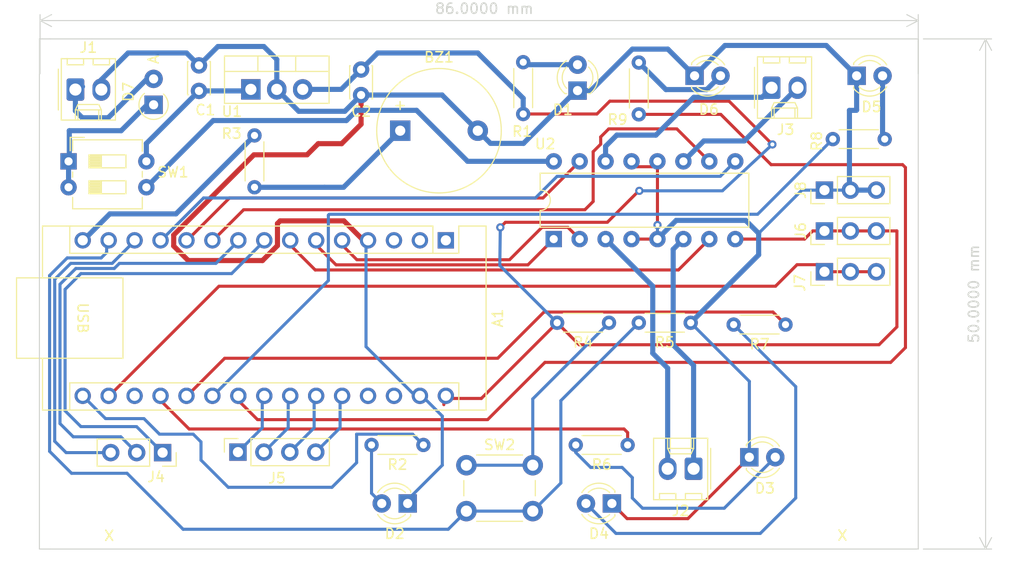
<source format=kicad_pcb>
(kicad_pcb (version 20221018) (generator pcbnew)
  (title_block (title "Robot Kartı") (date "2024-01-22") (rev "v01") (comment 1 "Rumeysa Şahin") (comment 2 "KİCAD"))
  (layers (0 "F.Cu" signal) (31 "B.Cu" signal) (34 "B.Paste" user) (35 "F.Paste" user) (36 "B.SilkS" user "B.Silkscreen") (37 "F.SilkS" user "F.Silkscreen") (38 "B.Mask" user) (39 "F.Mask" user) (44 "Edge.Cuts" user))
  (net 0 "")
  (net 4 "GND")
  (net 5 "MOTOR1_ILERI")
  (net 6 "MOTOR1_HIZ")
  (net 7 "MOTOR1_GERI")
  (net 8 "PWM1")
  (net 9 "PWM2")
  (net 10 "MOTOR2_ILERI")
  (net 11 "MOTOR2_GERI")
  (net 12 "MOTOR2_HIZ")
  (net 13 "PWM3")
  (net 14 "USER_BUTTON")
  (net 15 "USER_BUZZER")
  (net 16 "USER_LED")
  (net 17 "+3.3V")
  (net 19 "MOTOR1_ILERI_LED")
  (net 20 "MOTOR1_GERI_LED")
  (net 21 "MOTOR2_ILERI_LED")
  (net 22 "MOTOR2_GERI_LED")
  (net 23 "SENSOR1")
  (net 24 "SENSOR2")
  (net 25 "SENSOR3")
  (net 26 "SENSOR4")
  (net 29 "PWR_OUT")
  (net 30 "Net-(BZ1--)")
  (net 31 "Net-(U1-VI)")
  (net 32 "Net-(D1-A)")
  (net 33 "Net-(D2-A)")
  (net 34 "Net-(D3-A)")
  (net 35 "Net-(D4-A)")
  (net 36 "Net-(D5-A)")
  (net 37 "Net-(D6-A)")
  (net 38 "+12V")
  (net 39 "Net-(J2-Pin_1)")
  (net 40 "Net-(J2-Pin_2)")
  (net 41 "Net-(J3-Pin_1)")
  (net 42 "Net-(J3-Pin_2)")
  (net 43 "Net-(R4-Pad1)")
  (net 44 "PWR_MOTOR")
  (net 45 "Net-(D7-A)")
  (footprint "LED_THT:LED_D3.0mm" (layer "F.Cu") (at 166.6428 71.4534)
    (fp_text reference "D6" (at 1.3982 3.2988) (layer "F.SilkS"))
    (fp_text value "LED")
    (pad "1" thru_hole rect (at 0 0) (size 1.8 1.8) (drill 0.9) (layers "*.Cu" "*.Mask") (net 4 "GND"))
    (pad "2" thru_hole circle (at 2.54 0) (size 1.8 1.8) (drill 0.9) (layers "*.Cu" "*.Mask") (net 37 "Net-(D6-A)"))
  )
  (footprint "Buzzer_Beeper:Buzzer_12x9.5RM7.6" (layer "F.Cu") (at 137.815 76.835)
    (fp_text reference "BZ1" (at 3.8 -7.2) (layer "F.SilkS"))
    (fp_text value "Buzzer")
    (fp_text user "+" (at -0.01 -2.54) (layer "F.SilkS"))
    (pad "1" thru_hole rect (at 0 0) (size 2 2) (drill 1) (layers "*.Cu" "*.Mask") (net 30 "Net-(BZ1--)"))
    (pad "2" thru_hole circle (at 7.6 0) (size 2 2) (drill 1) (layers "*.Cu" "*.Mask") (net 4 "GND"))
  )
  (footprint "Module:Arduino_Nano" (layer "F.Cu") (at 142.2854 87.5792 -90)
    (fp_text reference "A1" (at 7.62 -5.08 90) (layer "F.SilkS"))
    (fp_text value "Arduino_Nano_v3.x")
    (fp_text user "USB" (at 7.62 35.56 -90 unlocked) (layer "F.SilkS"))
    (pad "1" thru_hole rect (at 0 0 270) (size 1.6 1.6) (drill 1) (layers "*.Cu" "*.Mask"))
    (pad "2" thru_hole oval (at 0 2.54 270) (size 1.6 1.6) (drill 1) (layers "*.Cu" "*.Mask"))
    (pad "3" thru_hole oval (at 0 5.08 270) (size 1.6 1.6) (drill 1) (layers "*.Cu" "*.Mask"))
    (pad "4" thru_hole oval (at 0 7.62 270) (size 1.6 1.6) (drill 1) (layers "*.Cu" "*.Mask") (net 4 "GND"))
    (pad "5" thru_hole oval (at 0 10.16 270) (size 1.6 1.6) (drill 1) (layers "*.Cu" "*.Mask") (net 5 "MOTOR1_ILERI"))
    (pad "6" thru_hole oval (at 0 12.7 270) (size 1.6 1.6) (drill 1) (layers "*.Cu" "*.Mask") (net 6 "MOTOR1_HIZ"))
    (pad "7" thru_hole oval (at 0 15.24 270) (size 1.6 1.6) (drill 1) (layers "*.Cu" "*.Mask") (net 7 "MOTOR1_GERI"))
    (pad "8" thru_hole oval (at 0 17.78 270) (size 1.6 1.6) (drill 1) (layers "*.Cu" "*.Mask") (net 8 "PWM1"))
    (pad "9" thru_hole oval (at 0 20.32 270) (size 1.6 1.6) (drill 1) (layers "*.Cu" "*.Mask") (net 9 "PWM2"))
    (pad "10" thru_hole oval (at 0 22.86 270) (size 1.6 1.6) (drill 1) (layers "*.Cu" "*.Mask") (net 10 "MOTOR2_ILERI"))
    (pad "11" thru_hole oval (at 0 25.4 270) (size 1.6 1.6) (drill 1) (layers "*.Cu" "*.Mask") (net 11 "MOTOR2_GERI"))
    (pad "12" thru_hole oval (at 0 27.94 270) (size 1.6 1.6) (drill 1) (layers "*.Cu" "*.Mask") (net 12 "MOTOR2_HIZ"))
    (pad "13" thru_hole oval (at 0 30.48 270) (size 1.6 1.6) (drill 1) (layers "*.Cu" "*.Mask") (net 13 "PWM3"))
    (pad "14" thru_hole oval (at 0 33.02 270) (size 1.6 1.6) (drill 1) (layers "*.Cu" "*.Mask") (net 14 "USER_BUTTON"))
    (pad "15" thru_hole oval (at 0 35.56 270) (size 1.6 1.6) (drill 1) (layers "*.Cu" "*.Mask") (net 15 "USER_BUZZER"))
    (pad "16" thru_hole oval (at 15.24 35.56 270) (size 1.6 1.6) (drill 1) (layers "*.Cu" "*.Mask") (net 16 "USER_LED"))
    (pad "17" thru_hole oval (at 15.24 33.02 270) (size 1.6 1.6) (drill 1) (layers "*.Cu" "*.Mask") (net 17 "+3.3V"))
    (pad "18" thru_hole oval (at 15.24 30.48 270) (size 1.6 1.6) (drill 1) (layers "*.Cu" "*.Mask"))
    (pad "19" thru_hole oval (at 15.24 27.94 270) (size 1.6 1.6) (drill 1) (layers "*.Cu" "*.Mask") (net 19 "MOTOR1_ILERI_LED"))
    (pad "20" thru_hole oval (at 15.24 25.4 270) (size 1.6 1.6) (drill 1) (layers "*.Cu" "*.Mask") (net 20 "MOTOR1_GERI_LED"))
    (pad "21" thru_hole oval (at 15.24 22.86 270) (size 1.6 1.6) (drill 1) (layers "*.Cu" "*.Mask") (net 21 "MOTOR2_ILERI_LED"))
    (pad "22" thru_hole oval (at 15.24 20.32 270) (size 1.6 1.6) (drill 1) (layers "*.Cu" "*.Mask") (net 22 "MOTOR2_GERI_LED"))
    (pad "23" thru_hole oval (at 15.24 17.78 270) (size 1.6 1.6) (drill 1) (layers "*.Cu" "*.Mask") (net 23 "SENSOR1"))
    (pad "24" thru_hole oval (at 15.24 15.24 270) (size 1.6 1.6) (drill 1) (layers "*.Cu" "*.Mask") (net 24 "SENSOR2"))
    (pad "25" thru_hole oval (at 15.24 12.7 270) (size 1.6 1.6) (drill 1) (layers "*.Cu" "*.Mask") (net 25 "SENSOR3"))
    (pad "26" thru_hole oval (at 15.24 10.16 270) (size 1.6 1.6) (drill 1) (layers "*.Cu" "*.Mask") (net 26 "SENSOR4"))
    (pad "27" thru_hole oval (at 15.24 7.62 270) (size 1.6 1.6) (drill 1) (layers "*.Cu" "*.Mask"))
    (pad "28" thru_hole oval (at 15.24 5.08 270) (size 1.6 1.6) (drill 1) (layers "*.Cu" "*.Mask"))
    (pad "29" thru_hole oval (at 15.24 2.54 270) (size 1.6 1.6) (drill 1) (layers "*.Cu" "*.Mask") (net 4 "GND"))
    (pad "30" thru_hole oval (at 15.24 0 270) (size 1.6 1.6) (drill 1) (layers "*.Cu" "*.Mask") (net 29 "PWR_OUT"))
  )
  (footprint "Connector_Molex:Molex_KK-254_AE-6410-02A_1x02_P2.54mm_Vertical" (layer "F.Cu") (at 166.5478 109.9684 180)
    (fp_text reference "J2" (at 1.27 -4.12) (layer "F.SilkS"))
    (fp_text value "MOTOR_1")
    (pad "1" thru_hole roundrect (at 0 0 180) (size 1.74 2.19) (drill 1.19) (layers "*.Cu" "*.Mask") (roundrect_rratio 0.1436781609) (net 39 "Net-(J2-Pin_1)"))
    (pad "2" thru_hole oval (at 2.54 0 180) (size 1.74 2.19) (drill 1.19) (layers "*.Cu" "*.Mask") (net 40 "Net-(J2-Pin_2)"))
  )
  (footprint "LED_THT:LED_D3.0mm" (layer "F.Cu") (at 138.5478 113.37165 180)
    (fp_text reference "D2" (at 1.27 -2.96) (layer "F.SilkS"))
    (fp_text value "LED")
    (pad "1" thru_hole rect (at 0 0 180) (size 1.8 1.8) (drill 0.9) (layers "*.Cu" "*.Mask") (net 4 "GND"))
    (pad "2" thru_hole circle (at 2.54 0 180) (size 1.8 1.8) (drill 0.9) (layers "*.Cu" "*.Mask") (net 33 "Net-(D2-A)"))
  )
  (footprint "Resistor_THT:R_Axial_DIN0204_L3.6mm_D1.6mm_P5.08mm_Horizontal" (layer "F.Cu") (at 166.2628 95.6584 180)
    (fp_text reference "R5" (at 2.54 -1.92) (layer "F.SilkS"))
    (fp_text value "10k")
    (pad "1" thru_hole circle (at 0 0 180) (size 1.4 1.4) (drill 0.7) (layers "*.Cu" "*.Mask") (net 4 "GND"))
    (pad "2" thru_hole oval (at 5.08 0 180) (size 1.4 1.4) (drill 0.7) (layers "*.Cu" "*.Mask") (net 14 "USER_BUTTON"))
  )
  (footprint "Connector_Molex:Molex_KK-254_AE-6410-02A_1x02_P2.54mm_Vertical" (layer "F.Cu") (at 174.1828 72.6234)
    (fp_text reference "J3" (at 1.3766 4.11) (layer "F.SilkS"))
    (fp_text value "MOTOR_2")
    (pad "1" thru_hole roundrect (at 0 0) (size 1.74 2.19) (drill 1.19) (layers "*.Cu" "*.Mask") (roundrect_rratio 0.1436781609) (net 41 "Net-(J3-Pin_1)"))
    (pad "2" thru_hole oval (at 2.54 0) (size 1.74 2.19) (drill 1.19) (layers "*.Cu" "*.Mask") (net 42 "Net-(J3-Pin_2)"))
  )
  (footprint "Button_Switch_THT:SW_DIP_SPSTx02_Slide_6.7x6.64mm_W7.62mm_P2.54mm_LowProfile" (layer "F.Cu") (at 105.3378 79.8384)
    (fp_text reference "SW1" (at 10.2268 1.0606) (layer "F.SilkS"))
    (fp_text value "SWITCHES")
    (pad "1" thru_hole rect (at 0 0) (size 1.6 1.6) (drill 0.8) (layers "*.Cu" "*.Mask") (net 38 "+12V"))
    (pad "2" thru_hole oval (at 0 2.54) (size 1.6 1.6) (drill 0.8) (layers "*.Cu" "*.Mask") (net 38 "+12V"))
    (pad "3" thru_hole oval (at 7.62 2.54) (size 1.6 1.6) (drill 0.8) (layers "*.Cu" "*.Mask") (net 44 "PWR_MOTOR"))
    (pad "4" thru_hole oval (at 7.62 0) (size 1.6 1.6) (drill 0.8) (layers "*.Cu" "*.Mask") (net 31 "Net-(U1-VI)"))
  )
  (footprint "Connector_PinHeader_2.54mm:PinHeader_1x03_P2.54mm_Vertical" (layer "F.Cu") (at 179.3628 90.6584 90)
    (fp_text reference "J7" (at -1.0864 -2.4064 90) (layer "F.SilkS"))
    (fp_text value "+3.3V")
    (pad "1" thru_hole rect (at 0 0 90) (size 1.7 1.7) (drill 1) (layers "*.Cu" "*.Mask") (net 17 "+3.3V"))
    (pad "2" thru_hole oval (at 0 2.54 90) (size 1.7 1.7) (drill 1) (layers "*.Cu" "*.Mask") (net 17 "+3.3V"))
    (pad "3" thru_hole oval (at 0 5.08 90) (size 1.7 1.7) (drill 1) (layers "*.Cu" "*.Mask") (net 17 "+3.3V"))
  )
  (footprint "Resistor_THT:R_Axial_DIN0204_L3.6mm_D1.6mm_P5.08mm_Horizontal" (layer "F.Cu") (at 158.2628 95.6584 180)
    (fp_text reference "R4" (at 2.54 -1.92) (layer "F.SilkS"))
    (fp_text value "220")
    (pad "1" thru_hole circle (at 0 0 180) (size 1.4 1.4) (drill 0.7) (layers "*.Cu" "*.Mask") (net 43 "Net-(R4-Pad1)"))
    (pad "2" thru_hole oval (at 5.08 0 180) (size 1.4 1.4) (drill 0.7) (layers "*.Cu" "*.Mask") (net 29 "PWR_OUT"))
  )
  (footprint "Connector_PinSocket_2.54mm:PinSocket_1x03_P2.54mm_Vertical" (layer "F.Cu") (at 114.5478 108.3884 -90)
    (fp_text reference "J4" (at 2.381 0.6342 -180) (layer "F.SilkS"))
    (fp_text value "PWM_PINS")
    (pad "1" thru_hole rect (at 0 0 270) (size 1.7 1.7) (drill 1) (layers "*.Cu" "*.Mask") (net 8 "PWM1"))
    (pad "2" thru_hole oval (at 0 2.54 270) (size 1.7 1.7) (drill 1) (layers "*.Cu" "*.Mask") (net 9 "PWM2"))
    (pad "3" thru_hole oval (at 0 5.08 270) (size 1.7 1.7) (drill 1) (layers "*.Cu" "*.Mask") (net 13 "PWM3"))
  )
  (footprint "LED_THT:LED_D3.0mm" (layer "F.Cu") (at 172.0078 108.8384)
    (fp_text reference "D3" (at 1.5196 3.0486) (layer "F.SilkS"))
    (fp_text value "LED")
    (pad "1" thru_hole rect (at 0 0) (size 1.8 1.8) (drill 0.9) (layers "*.Cu" "*.Mask") (net 4 "GND"))
    (pad "2" thru_hole circle (at 2.54 0) (size 1.8 1.8) (drill 0.9) (layers "*.Cu" "*.Mask") (net 34 "Net-(D3-A)"))
  )
  (footprint "Connector_Molex:Molex_KK-254_AE-6410-02A_1x02_P2.54mm_Vertical" (layer "F.Cu") (at 106.0078 72.8034)
    (fp_text reference "J1" (at 1.27 -4.12) (layer "F.SilkS"))
    (fp_text value "PWR")
    (pad "1" thru_hole roundrect (at 0 0) (size 1.74 2.19) (drill 1.19) (layers "*.Cu" "*.Mask") (roundrect_rratio 0.1436781609) (net 45 "Net-(D7-A)"))
    (pad "2" thru_hole oval (at 2.54 0) (size 1.74 2.19) (drill 1.19) (layers "*.Cu" "*.Mask") (net 4 "GND"))
  )
  (footprint "Connector_PinSocket_2.54mm:PinSocket_1x04_P2.54mm_Vertical" (layer "F.Cu") (at 121.9278 108.3384 90)
    (fp_text reference "J5" (at -2.558 3.8222 180) (layer "F.SilkS"))
    (fp_text value "ANALOG_SENSOR")
    (pad "1" thru_hole rect (at 0 0 90) (size 1.7 1.7) (drill 1) (layers "*.Cu" "*.Mask") (net 23 "SENSOR1"))
    (pad "2" thru_hole oval (at 0 2.54 90) (size 1.7 1.7) (drill 1) (layers "*.Cu" "*.Mask") (net 24 "SENSOR2"))
    (pad "3" thru_hole oval (at 0 5.08 90) (size 1.7 1.7) (drill 1) (layers "*.Cu" "*.Mask") (net 25 "SENSOR3"))
    (pad "4" thru_hole oval (at 0 7.62 90) (size 1.7 1.7) (drill 1) (layers "*.Cu" "*.Mask") (net 26 "SENSOR4"))
  )
  (footprint "Connector_PinHeader_2.54mm:PinHeader_1x03_P2.54mm_Vertical" (layer "F.Cu") (at 179.3628 86.6584 90)
    (fp_text reference "J6" (at 0 -2.33 90) (layer "F.SilkS"))
    (fp_text value "+5V")
    (pad "1" thru_hole rect (at 0 0 90) (size 1.7 1.7) (drill 1) (layers "*.Cu" "*.Mask") (net 29 "PWR_OUT"))
    (pad "2" thru_hole oval (at 0 2.54 90) (size 1.7 1.7) (drill 1) (layers "*.Cu" "*.Mask") (net 29 "PWR_OUT"))
    (pad "3" thru_hole oval (at 0 5.08 90) (size 1.7 1.7) (drill 1) (layers "*.Cu" "*.Mask") (net 29 "PWR_OUT"))
  )
  (footprint "Package_DIP:DIP-16_W7.62mm" (layer "F.Cu") (at 152.8478 87.4584 90)
    (fp_text reference "U2" (at 9.328 -0.8342 180) (layer "F.SilkS"))
    (fp_text value "L293D")
    (pad "1" thru_hole rect (at 0 0 90) (size 1.6 1.6) (drill 0.8) (layers "*.Cu" "*.Mask") (net 6 "MOTOR1_HIZ"))
    (pad "2" thru_hole oval (at 0 2.54 90) (size 1.6 1.6) (drill 0.8) (layers "*.Cu" "*.Mask") (net 5 "MOTOR1_ILERI"))
    (pad "3" thru_hole oval (at 0 5.08 90) (size 1.6 1.6) (drill 0.8) (layers "*.Cu" "*.Mask") (net 40 "Net-(J2-Pin_2)"))
    (pad "4" thru_hole oval (at 0 7.62 90) (size 1.6 1.6) (drill 0.8) (layers "*.Cu" "*.Mask") (net 4 "GND"))
    (pad "5" thru_hole oval (at 0 10.16 90) (size 1.6 1.6) (drill 0.8) (layers "*.Cu" "*.Mask") (net 4 "GND"))
    (pad "6" thru_hole oval (at 0 12.7 90) (size 1.6 1.6) (drill 0.8) (layers "*.Cu" "*.Mask") (net 39 "Net-(J2-Pin_1)"))
    (pad "7" thru_hole oval (at 0 15.24 90) (size 1.6 1.6) (drill 0.8) (layers "*.Cu" "*.Mask") (net 7 "MOTOR1_GERI"))
    (pad "8" thru_hole oval (at 0 17.78 90) (size 1.6 1.6) (drill 0.8) (layers "*.Cu" "*.Mask") (net 29 "PWR_OUT"))
    (pad "9" thru_hole oval (at 7.62 17.78 90) (size 1.6 1.6) (drill 0.8) (layers "*.Cu" "*.Mask") (net 12 "MOTOR2_HIZ"))
    (pad "10" thru_hole oval (at 7.62 15.24 90) (size 1.6 1.6) (drill 0.8) (layers "*.Cu" "*.Mask") (net 10 "MOTOR2_ILERI"))
    (pad "11" thru_hole oval (at 7.62 12.7 90) (size 1.6 1.6) (drill 0.8) (layers "*.Cu" "*.Mask") (net 42 "Net-(J3-Pin_2)"))
    (pad "12" thru_hole oval (at 7.62 10.16 90) (size 1.6 1.6) (drill 0.8) (layers "*.Cu" "*.Mask") (net 4 "GND"))
    (pad "13" thru_hole oval (at 7.62 7.62 90) (size 1.6 1.6) (drill 0.8) (layers "*.Cu" "*.Mask") (net 4 "GND"))
    (pad "14" thru_hole oval (at 7.62 5.08 90) (size 1.6 1.6) (drill 0.8) (layers "*.Cu" "*.Mask") (net 41 "Net-(J3-Pin_1)"))
    (pad "15" thru_hole oval (at 7.62 2.54 90) (size 1.6 1.6) (drill 0.8) (layers "*.Cu" "*.Mask") (net 11 "MOTOR2_GERI"))
    (pad "16" thru_hole oval (at 7.62 0 90) (size 1.6 1.6) (drill 0.8) (layers "*.Cu" "*.Mask") (net 44 "PWR_MOTOR"))
  )
  (footprint "Resistor_THT:R_Axial_DIN0204_L3.6mm_D1.6mm_P5.08mm_Horizontal" (layer "F.Cu") (at 160.0878 107.6384 180)
    (fp_text reference "R6" (at 2.54 -1.92) (layer "F.SilkS"))
    (fp_text value "330")
    (pad "1" thru_hole circle (at 0 0 180) (size 1.4 1.4) (drill 0.7) (layers "*.Cu" "*.Mask") (net 19 "MOTOR1_ILERI_LED"))
    (pad "2" thru_hole oval (at 5.08 0 180) (size 1.4 1.4) (drill 0.7) (layers "*.Cu" "*.Mask") (net 34 "Net-(D3-A)"))
  )
  (footprint "Connector_PinHeader_2.54mm:PinHeader_1x03_P2.54mm_Vertical" (layer "F.Cu") (at 179.3628 82.6584 90)
    (fp_text reference "J8" (at 0 -2.33 90) (layer "F.SilkS"))
    (fp_text value "GND")
    (pad "1" thru_hole rect (at 0 0 90) (size 1.7 1.7) (drill 1) (layers "*.Cu" "*.Mask") (net 4 "GND"))
    (pad "2" thru_hole oval (at 0 2.54 90) (size 1.7 1.7) (drill 1) (layers "*.Cu" "*.Mask") (net 4 "GND"))
    (pad "3" thru_hole oval (at 0 5.08 90) (size 1.7 1.7) (drill 1) (layers "*.Cu" "*.Mask") (net 4 "GND"))
  )
  (footprint "Diode_THT:D_A-405_P2.54mm_Vertical_AnodeUp" (layer "F.Cu") (at 113.665 74.295 90)
    (fp_text reference "D7" (at 1.27 -2.47 90) (layer "F.SilkS"))
    (fp_text value "D_Schottky" hide)
    (fp_text user "A" (at 4.44 0 90) (layer "F.SilkS"))
    (pad "1" thru_hole rect (at 0 0 90) (size 1.8 1.8) (drill 0.9) (layers "*.Cu" "*.Mask") (net 38 "+12V"))
    (pad "2" thru_hole oval (at 2.54 0 90) (size 1.8 1.8) (drill 0.9) (layers "*.Cu" "*.Mask") (net 45 "Net-(D7-A)"))
  )
  (footprint "Resistor_THT:R_Axial_DIN0204_L3.6mm_D1.6mm_P5.08mm_Horizontal" (layer "F.Cu") (at 161.1828 75.2334 90)
    (fp_text reference "R9" (at -0.5094 -2.0826 180) (layer "F.SilkS"))
    (fp_text value "330")
    (pad "1" thru_hole circle (at 0 0 90) (size 1.4 1.4) (drill 0.7) (layers "*.Cu" "*.Mask") (net 22 "MOTOR2_GERI_LED"))
    (pad "2" thru_hole oval (at 5.08 0 90) (size 1.4 1.4) (drill 0.7) (layers "*.Cu" "*.Mask") (net 37 "Net-(D6-A)"))
  )
  (footprint "Resistor_THT:R_Axial_DIN0204_L3.6mm_D1.6mm_P5.08mm_Horizontal" (layer "F.Cu") (at 149.86 75.1984 90)
    (fp_text reference "R1" (at -1.7128 -0.1034 180) (layer "F.SilkS"))
    (fp_text value "330")
    (pad "1" thru_hole circle (at 0 0 90) (size 1.4 1.4) (drill 0.7) (layers "*.Cu" "*.Mask") (net 29 "PWR_OUT"))
    (pad "2" thru_hole oval (at 5.08 0 90) (size 1.4 1.4) (drill 0.7) (layers "*.Cu" "*.Mask") (net 32 "Net-(D1-A)"))
  )
  (footprint "Button_Switch_THT:SW_PUSH_6mm_H4.3mm" (layer "F.Cu") (at 144.2978 109.62165)
    (fp_text reference "SW2" (at 3.25 -2) (layer "F.SilkS"))
    (fp_text value "SW_Push")
    (pad "1" thru_hole circle (at 0 0 90) (size 2 2) (drill 1.1) (layers "*.Cu" "*.Mask") (net 43 "Net-(R4-Pad1)"))
    (pad "1" thru_hole circle (at 6.5 0 90) (size 2 2) (drill 1.1) (layers "*.Cu" "*.Mask") (net 43 "Net-(R4-Pad1)"))
    (pad "2" thru_hole circle (at 0 4.5 90) (size 2 2) (drill 1.1) (layers "*.Cu" "*.Mask") (net 14 "USER_BUTTON"))
    (pad "2" thru_hole circle (at 6.5 4.5 90) (size 2 2) (drill 1.1) (layers "*.Cu" "*.Mask") (net 14 "USER_BUTTON"))
  )
  (footprint "LED_THT:LED_D3.0mm" (layer "F.Cu") (at 158.5478 113.37165 180)
    (fp_text reference "D4" (at 1.27 -2.96) (layer "F.SilkS"))
    (fp_text value "LED")
    (pad "1" thru_hole rect (at 0 0 180) (size 1.8 1.8) (drill 0.9) (layers "*.Cu" "*.Mask") (net 4 "GND"))
    (pad "2" thru_hole circle (at 2.54 0 180) (size 1.8 1.8) (drill 0.9) (layers "*.Cu" "*.Mask") (net 35 "Net-(D4-A)"))
  )
  (footprint "Resistor_THT:R_Axial_DIN0204_L3.6mm_D1.6mm_P5.08mm_Horizontal" (layer "F.Cu") (at 180.1828 77.6584)
    (fp_text reference "R8" (at -1.5754 0.1926 90) (layer "F.SilkS"))
    (fp_text value "330")
    (pad "1" thru_hole circle (at 0 0) (size 1.4 1.4) (drill 0.7) (layers "*.Cu" "*.Mask") (net 21 "MOTOR2_ILERI_LED"))
    (pad "2" thru_hole oval (at 5.08 0) (size 1.4 1.4) (drill 0.7) (layers "*.Cu" "*.Mask") (net 36 "Net-(D5-A)"))
  )
  (footprint "MountingHole:MountingHole_3mm" (layer "F.Cu") (at 184.2208 113.5634)
    (fp_text reference "X" (at -3.0988 2.9464) (layer "F.SilkS"))
    (fp_text value "MountingHole_3mm")
    (pad "" np_thru_hole circle (at 0 0) (size 3 3) (drill 3) (layers "*.Cu" "*.Mask"))
  )
  (footprint "MountingHole:MountingHole_3mm" (layer "F.Cu") (at 105.9634 114.4524)
    (fp_text reference "X" (at 3.3528 2.0828) (layer "F.SilkS"))
    (fp_text value "MountingHole_3mm")
    (pad "" np_thru_hole circle (at 0 0) (size 3 3) (drill 3) (layers "*.Cu" "*.Mask"))
  )
  (footprint "Resistor_THT:R_Axial_DIN0204_L3.6mm_D1.6mm_P5.08mm_Horizontal" (layer "F.Cu") (at 140.0878 107.6384 180)
    (fp_text reference "R2" (at 2.54 -1.92) (layer "F.SilkS"))
    (fp_text value "330")
    (pad "1" thru_hole circle (at 0 0 180) (size 1.4 1.4) (drill 0.7) (layers "*.Cu" "*.Mask") (net 16 "USER_LED"))
    (pad "2" thru_hole oval (at 5.08 0 180) (size 1.4 1.4) (drill 0.7) (layers "*.Cu" "*.Mask") (net 33 "Net-(D2-A)"))
  )
  (footprint "Capacitor_THT:C_Disc_D3.0mm_W2.0mm_P2.50mm" (layer "F.Cu") (at 118.11 72.9334 90)
    (fp_text reference "C1" (at -1.8696 0.6198 180) (layer "F.SilkS"))
    (fp_text value "0.33uF" hide)
    (pad "1" thru_hole circle (at 0 0 90) (size 1.6 1.6) (drill 0.8) (layers "*.Cu" "*.Mask") (net 31 "Net-(U1-VI)"))
    (pad "2" thru_hole circle (at 2.5 0 90) (size 1.6 1.6) (drill 0.8) (layers "*.Cu" "*.Mask") (net 4 "GND"))
  )
  (footprint "LED_THT:LED_D3.0mm" (layer "F.Cu") (at 182.5128 71.4534)
    (fp_text reference "D5" (at 1.454 3.0448) (layer "F.SilkS"))
    (fp_text value "LED")
    (pad "1" thru_hole rect (at 0 0) (size 1.8 1.8) (drill 0.9) (layers "*.Cu" "*.Mask") (net 4 "GND"))
    (pad "2" thru_hole circle (at 2.54 0) (size 1.8 1.8) (drill 0.9) (layers "*.Cu" "*.Mask") (net 36 "Net-(D5-A)"))
  )
  (footprint "Capacitor_THT:C_Disc_D3.0mm_W2.0mm_P2.50mm" (layer "F.Cu") (at 133.985 70.8384 -90)
    (fp_text reference "C2" (at 4.117 -0.0188 -180) (layer "F.SilkS"))
    (fp_text value "0.1uF" hide)
    (pad "1" thru_hole circle (at 0 0 270) (size 1.6 1.6) (drill 0.8) (layers "*.Cu" "*.Mask") (net 29 "PWR_OUT"))
    (pad "2" thru_hole circle (at 2.5 0 270) (size 1.6 1.6) (drill 0.8) (layers "*.Cu" "*.Mask") (net 4 "GND"))
  )
  (footprint "Resistor_THT:R_Axial_DIN0204_L3.6mm_D1.6mm_P5.08mm_Horizontal" (layer "F.Cu") (at 123.5478 77.2984 -90)
    (fp_text reference "R3" (at -0.184 2.2428 -180) (layer "F.SilkS"))
    (fp_text value "330")
    (pad "1" thru_hole circle (at 0 0 270) (size 1.4 1.4) (drill 0.7) (layers "*.Cu" "*.Mask") (net 15 "USER_BUZZER"))
    (pad "2" thru_hole oval (at 5.08 0 270) (size 1.4 1.4) (drill 0.7) (layers "*.Cu" "*.Mask") (net 30 "Net-(BZ1--)"))
  )
  (footprint "Package_TO_SOT_THT:TO-220-3_Vertical" (layer "F.Cu") (at 123.19 72.7834)
    (fp_text reference "U1" (at -1.8552 2.172) (layer "F.SilkS"))
    (fp_text value "LM7805")
    (pad "1" thru_hole rect (at 0 0) (size 1.905 2) (drill 1.1) (layers "*.Cu" "*.Mask") (net 31 "Net-(U1-VI)"))
    (pad "2" thru_hole oval (at 2.54 0) (size 1.905 2) (drill 1.1) (layers "*.Cu" "*.Mask") (net 4 "GND"))
    (pad "3" thru_hole oval (at 5.08 0) (size 1.905 2) (drill 1.1) (layers "*.Cu" "*.Mask") (net 29 "PWR_OUT"))
  )
  (footprint "Resistor_THT:R_Axial_DIN0204_L3.6mm_D1.6mm_P5.08mm_Horizontal" (layer "F.Cu") (at 175.5478 95.8384 180)
    (fp_text reference "R7" (at 2.54 -1.92) (layer "F.SilkS"))
    (fp_text value "330")
    (pad "1" thru_hole circle (at 0 0 180) (size 1.4 1.4) (drill 0.7) (layers "*.Cu" "*.Mask") (net 20 "MOTOR1_GERI_LED"))
    (pad "2" thru_hole oval (at 5.08 0 180) (size 1.4 1.4) (drill 0.7) (layers "*.Cu" "*.Mask") (net 35 "Net-(D4-A)"))
  )
  (footprint "LED_THT:LED_D3.0mm" (layer "F.Cu") (at 155.1828 72.9034 90)
    (fp_text reference "D1" (at -1.8742 -1.442 180) (layer "F.SilkS"))
    (fp_text value "LED")
    (pad "1" thru_hole rect (at 0 0 90) (size 1.8 1.8) (drill 0.9) (layers "*.Cu" "*.Mask") (net 4 "GND"))
    (pad "2" thru_hole circle (at 2.54 0 90) (size 1.8 1.8) (drill 0.9) (layers "*.Cu" "*.Mask") (net 32 "Net-(D1-A)"))
  )
  (gr_line (start 188.5478 117.8384) (end 103.5478 117.8384) (stroke (width 0.1)) (layer "Edge.Cuts"))
  (gr_line (start 103.5478 117.8384) (end 102.4836 117.8384) (stroke (width 0.1)) (layer "Edge.Cuts"))
  (gr_line (start 188.5478 67.8384) (end 188.5478 117.8384) (stroke (width 0.1)) (layer "Edge.Cuts"))
  (gr_line (start 102.4836 117.8384) (end 102.4836 67.8384) (stroke (width 0.1)) (layer "Edge.Cuts"))
  (gr_line (start 103.5478 67.8384) (end 102.4836 67.8384) (stroke (width 0.1)) (layer "Edge.Cuts"))
  (gr_line (start 103.5478 67.8384) (end 188.5478 67.8384) (stroke (width 0.1)) (layer "Edge.Cuts"))
  (dimension (type orthogonal) (layer "Edge.Cuts") (pts (xy 188.5478 67.8384) (xy 188.5478 117.8384)) (height 6.595) (orientation 1) (gr_text "50,0000 mm" (at 193.9928 92.8384 90) (layer "Edge.Cuts") (effects (font (size 1 1) (thickness 0.15)))) (format (prefix "") (suffix "") (units 3) (units_format 1) (precision 4)) (style (thickness 0.1) (arrow_length 1.27) (text_position_mode 0) (extension_height 0.58642) (extension_offset 0.5) keep_text_aligned))
  (dimension (type orthogonal) (layer "Edge.Cuts") (pts (xy 102.5478 71.75) (xy 188.5478 71.75)) (height -5.71) (orientation 0) (gr_text "86,0000 mm" (at 146.05 64.8716) (layer "Edge.Cuts") (effects (font (size 1 1) (thickness 0.15)))) (format (prefix "") (suffix "") (units 3) (units_format 1) (precision 4)) (style (thickness 0.1) (arrow_length 1.27) (text_position_mode 2) (extension_height 0.58642) (extension_offset 0.5) keep_text_aligned))
  (segment (start 160.995 80.3656) (end 162.4806 80.3656) (width 0.3) (layer "F.Cu") (net 4))
  (segment (start 124.331967 89.5604) (end 117.058833 89.5604) (width 0.5) (layer "F.Cu") (net 4))
  (segment (start 115.6354 87.0512) (end 123.4894 79.1972) (width 0.5) (layer "F.Cu") (net 4))
  (segment (start 129.7886 78.105) (end 132.08 78.105) (width 0.5) (layer "F.Cu") (net 4))
  (segment (start 125.7954 85.9336) (end 125.7954 88.096967) (width 0.5) (layer "F.Cu") (net 4))
  (segment (start 160.03495 114.8588) (end 165.9874 114.8588) (width 0.3) (layer "F.Cu") (net 4))
  (segment (start 163.0118 86.0806) (end 163.0078 86.0766) (width 0.3) (layer "F.Cu") (net 4))
  (segment (start 162.4806 80.3656) (end 163.0078 79.8384) (width 0.3) (layer "F.Cu") (net 4))
  (segment (start 163.0078 86.0766) (end 163.0078 79.8384) (width 0.3) (layer "F.Cu") (net 4))
  (segment (start 125.7954 88.096967) (end 124.331967 89.5604) (width 0.5) (layer "F.Cu") (net 4))
  (segment (start 117.058833 89.5604) (end 115.6354 88.136967) (width 0.5) (layer "F.Cu") (net 4))
  (segment (start 132.08 78.105) (end 133.985 76.2) (width 0.5) (layer "F.Cu") (net 4))
  (segment (start 115.6354 88.136967) (end 115.6354 87.0512) (width 0.5) (layer "F.Cu") (net 4))
  (segment (start 160.4678 79.8384) (end 160.995 80.3656) (width 0.3) (layer "F.Cu") (net 4))
  (segment (start 160.4678 87.4584) (end 163.0078 87.4584) (width 0.3) (layer "F.Cu") (net 4))
  (segment (start 165.9874 114.8588) (end 172.0078 108.8384) (width 0.3) (layer "F.Cu") (net 4))
  (segment (start 133.985 76.2) (end 133.985 73.3384) (width 0.5) (layer "F.Cu") (net 4))
  (segment (start 132.3036 85.6742) (end 126.0548 85.6742) (width 0.5) (layer "F.Cu") (net 4))
  (segment (start 123.4894 79.1972) (end 128.6964 79.1972) (width 0.5) (layer "F.Cu") (net 4))
  (segment (start 128.6964 79.1972) (end 129.7886 78.105) (width 0.5) (layer "F.Cu") (net 4))
  (segment (start 134.4678 87.8384) (end 132.3036 85.6742) (width 0.5) (layer "F.Cu") (net 4))
  (segment (start 158.5478 113.37165) (end 160.03495 114.8588) (width 0.3) (layer "F.Cu") (net 4))
  (segment (start 126.0548 85.6742) (end 125.7954 85.9336) (width 0.5) (layer "F.Cu") (net 4))
  (via (at 163.0118 86.0806) (size 0.8) (drill 0.4) (layers "F.Cu" "B.Cu") (net 4))
  (segment (start 141.9378 109.6184) (end 141.9378 104.8084) (width 0.3) (layer "B.Cu") (net 4))
  (segment (start 141.9116 73.3384) (end 141.915 73.335) (width 0.5) (layer "B.Cu") (net 4))
  (segment (start 182.4778 74.8384) (end 181.8078 74.8384) (width 0.5) (layer "B.Cu") (net 4))
  (segment (start 124.46 68.58) (end 125.73 69.85) (width 0.5) (layer "B.Cu") (net 4))
  (segment (start 181.9028 82.6584) (end 184.4428 82.6584) (width 0.5) (layer "B.Cu") (net 4))
  (segment (start 172.0078 101.4034) (end 172.0078 108.8384) (width 0.3) (layer "B.Cu") (net 4))
  (segment (start 160.5478 68.8384) (end 156.4828 72.9034) (width 0.5) (layer "B.Cu") (net 4))
  (segment (start 155.1828 72.9034) (end 155.0616 72.9034) (width 0.5) (layer "B.Cu") (net 4))
  (segment (start 138.5478 113.0084) (end 141.9378 109.6184) (width 0.3) (layer "B.Cu") (net 4))
  (segment (start 163.0078 86.1608) (end 163.0118 86.1568) (width 0.3) (layer "B.Cu") (net 4))
  (segment (start 119.9634 68.58) (end 124.46 68.58) (width 0.5) (layer "B.Cu") (net 4))
  (segment (start 177.1528 82.6584) (end 172.9178 86.8934) (width 0.3) (layer "B.Cu") (net 4))
  (segment (start 171.6478 85.6234) (end 172.9178 86.8934) (width 0.5) (layer "B.Cu") (net 4))
  (segment (start 127.8766 74.93) (end 132.3934 74.93) (width 0.5) (layer "B.Cu") (net 4))
  (segment (start 164.8428 85.6234) (end 171.6478 85.6234) (width 0.5) (layer "B.Cu") (net 4))
  (segment (start 133.985 73.3384) (end 141.9116 73.3384) (width 0.5) (layer "B.Cu") (net 4))
  (segment (start 181.8078 74.8384) (end 181.8078 82.5634) (width 0.5) (layer "B.Cu") (net 4))
  (segment (start 140.2078 103.0784) (end 139.5478 103.0784) (width 0.3) (layer "B.Cu") (net 4))
  (segment (start 163.088 86.0806) (end 163.0118 86.1568) (width 0.3) (layer "B.Cu") (net 4))
  (segment (start 125.73 69.85) (end 125.73 72.7834) (width 0.5) (layer "B.Cu") (net 4))
  (segment (start 108.5478 72.8034) (end 108.5478 71.8384) (width 0.5) (layer "B.Cu") (net 4))
  (segment (start 166.6428 71.4534) (end 164.0278 68.8384) (width 0.5) (layer "B.Cu") (net 4))
  (segment (start 118.11 70.4334) (end 119.9634 68.58) (width 0.5) (layer "B.Cu") (net 4))
  (segment (start 163.0078 87.4584) (end 163.0078 86.1608) (width 0.3) (layer "B.Cu") (net 4))
  (segment (start 116.8916 69.215) (end 118.11 70.4334) (width 0.5) (layer "B.Cu") (net 4))
  (segment (start 182.5128 71.4534) (end 179.5378 68.4784) (width 0.5) (layer "B.Cu") (net 4))
  (segment (start 125.73 72.7834) (end 127.8766 74.93) (width 0.5) (layer "B.Cu") (net 4))
  (segment (start 108.5478 71.8384) (end 111.1712 69.215) (width 0.5) (layer "B.Cu") (net 4))
  (segment (start 141.9378 104.8084) (end 140.2078 103.0784) (width 0.3) (layer "B.Cu") (net 4))
  (segment (start 149.8854 78.0796) (end 149.882 78.0762) (width 0.5) (layer "B.Cu") (net 4))
  (segment (start 169.6178 68.4784) (end 166.6428 71.4534) (width 0.5) (layer "B.Cu") (net 4))
  (segment (start 179.3628 82.6584) (end 181.9028 82.6584) (width 0.3) (layer "B.Cu") (net 4))
  (segment (start 134.4678 97.9984) (end 139.5478 103.0784) (width 0.3) (layer "B.Cu") (net 4))
  (segment (start 166.2628 95.6584) (end 172.0078 101.4034) (width 0.3) (layer "B.Cu") (net 4))
  (segment (start 111.1712 69.215) (end 116.8916 69.215) (width 0.5) (layer "B.Cu") (net 4))
  (segment (start 163.0078 87.4584) (end 164.8428 85.6234) (width 0.5) (layer "B.Cu") (net 4))
  (segment (start 156.4828 72.9034) (end 155.1828 72.9034) (width 0.5) (layer "B.Cu") (net 4))
  (segment (start 163.0118 86.1568) (end 163.0118 86.0806) (width 0.3) (layer "B.Cu") (net 4))
  (segment (start 181.8078 82.5634) (end 181.9028 82.6584) (width 0.5) (layer "B.Cu") (net 4))
  (segment (start 179.5378 68.4784) (end 169.6178 68.4784) (width 0.5) (layer "B.Cu") (net 4))
  (segment (start 141.915 73.335) (end 145.415 76.835) (width 0.5) (layer "B.Cu") (net 4))
  (segment (start 172.9178 86.8934) (end 172.9178 89.0034) (width 0.5) (layer "B.Cu") (net 4))
  (segment (start 164.0278 68.8384) (end 160.5478 68.8384) (width 0.5) (layer "B.Cu") (net 4))
  (segment (start 146.6562 78.0762) (end 145.415 76.835) (width 0.5) (layer "B.Cu") (net 4))
  (segment (start 132.3934 74.93) (end 133.985 73.3384) (width 0.5) (layer "B.Cu") (net 4))
  (segment (start 182.5128 74.8034) (end 182.4778 74.8384) (width 0.5) (layer "B.Cu") (net 4))
  (segment (start 138.5478 113.37165) (end 138.5478 113.0084) (width 0.3) (layer "B.Cu") (net 4))
  (segment (start 172.9178 89.0034) (end 166.2628 95.6584) (width 0.5) (layer "B.Cu") (net 4))
  (segment (start 182.5128 71.4534) (end 182.5128 74.8034) (width 0.5) (layer "B.Cu") (net 4))
  (segment (start 163.0118 86.0806) (end 163.088 86.0806) (width 0.3) (layer "B.Cu") (net 4))
  (segment (start 134.4678 87.8384) (end 134.4678 97.9984) (width 0.3) (layer "B.Cu") (net 4))
  (segment (start 179.3628 82.6584) (end 177.1528 82.6584) (width 0.3) (layer "B.Cu") (net 4))
  (segment (start 149.882 78.0762) (end 146.6562 78.0762) (width 0.5) (layer "B.Cu") (net 4))
  (segment (start 155.0616 72.9034) (end 149.8854 78.0796) (width 0.5) (layer "B.Cu") (net 4))
  (segment (start 131.9278 87.8384) (end 133.5736 89.4842) (width 0.3) (layer "F.Cu") (net 5))
  (segment (start 148.522 89.4842) (end 151.6978 86.3084) (width 0.3) (layer "F.Cu") (net 5))
  (segment (start 154.2378 86.3084) (end 155.3878 87.4584) (width 0.3) (layer "F.Cu") (net 5))
  (segment (start 133.5736 89.4842) (end 148.522 89.4842) (width 0.3) (layer "F.Cu") (net 5))
  (segment (start 151.6978 86.3084) (end 154.2378 86.3084) (width 0.3) (layer "F.Cu") (net 5))
  (segment (start 131.5336 89.9842) (end 129.5854 88.036) (width 0.3) (layer "F.Cu") (net 6))
  (segment (start 150.322 89.9842) (end 131.5336 89.9842) (width 0.3) (layer "F.Cu") (net 6))
  (segment (start 129.5854 88.036) (end 129.5854 87.5792) (width 0.3) (layer "F.Cu") (net 6))
  (segment (start 152.8478 87.4584) (end 150.322 89.9842) (width 0.3) (layer "F.Cu") (net 6))
  (segment (start 129.4936 90.4842) (end 165.062 90.4842) (width 0.3) (layer "F.Cu") (net 7))
  (segment (start 126.8478 87.8384) (end 129.4936 90.4842) (width 0.3) (layer "F.Cu") (net 7))
  (segment (start 165.062 90.4842) (end 168.0878 87.4584) (width 0.3) (layer "F.Cu") (net 7))
  (segment (start 124.3078 87.8384) (end 121.3078 90.8384) (width 0.3) (layer "B.Cu") (net 8))
  (segment (start 121.3078 90.8384) (end 106.5478 90.8384) (width 0.3) (layer "B.Cu") (net 8))
  (segment (start 104.9982 104.2888) (end 106.5478 105.8384) (width 0.3) (layer "B.Cu") (net 8))
  (segment (start 106.5478 105.8384) (end 111.9978 105.8384) (width 0.3) (layer "B.Cu") (net 8))
  (segment (start 106.5478 90.8384) (end 104.9982 92.388) (width 0.3) (layer "B.Cu") (net 8))
  (segment (start 111.9978 105.8384) (end 114.5478 108.3884) (width 0.3) (layer "B.Cu") (net 8))
  (segment (start 104.9982 92.388) (end 104.9982 104.2888) (width 0.3) (layer "B.Cu") (net 8))
  (segment (start 105.7978 106.8384) (end 110.4578 106.8384) (width 0.3) (layer "B.Cu") (net 9))
  (segment (start 106.0478 90.3384) (end 104.4982 91.888) (width 0.3) (layer "B.Cu") (net 9))
  (segment (start 119.7678 89.8384) (end 110.314906 89.8384) (width 0.3) (layer "B.Cu") (net 9))
  (segment (start 109.814906 90.3384) (end 106.0478 90.3384) (width 0.3) (layer "B.Cu") (net 9))
  (segment (start 104.4982 105.5388) (end 105.7978 106.8384) (width 0.3) (layer "B.Cu") (net 9))
  (segment (start 104.4982 91.888) (end 104.4982 105.5388) (width 0.3) (layer "B.Cu") (net 9))
  (segment (start 110.314906 89.8384) (end 109.814906 90.3384) (width 0.3) (layer "B.Cu") (net 9))
  (segment (start 110.4578 106.8384) (end 112.0078 108.3884) (width 0.3) (layer "B.Cu") (net 9))
  (segment (start 121.7678 87.8384) (end 119.7678 89.8384) (width 0.3) (layer "B.Cu") (net 9))
  (segment (start 157.4492 78.1558) (end 156.7126 78.8924) (width 0.3) (layer "F.Cu") (net 10))
  (segment (start 158.2366 76.6572) (end 157.4492 77.4446) (width 0.3) (layer "F.Cu") (net 10))
  (segment (start 157.4492 77.4446) (end 157.4492 78.1558) (width 0.3) (layer "F.Cu") (net 10))
  (segment (start 155.8998 84.582) (end 122.4842 84.582) (width 0.3) (layer "F.Cu") (net 10))
  (segment (start 164.9066 76.6572) (end 158.2366 76.6572) (width 0.3) (layer "F.Cu") (net 10))
  (segment (start 156.7126 78.8924) (end 156.7126 83.7692) (width 0.3) (layer "F.Cu") (net 10))
  (segment (start 156.7126 83.7692) (end 155.8998 84.582) (width 0.3) (layer "F.Cu") (net 10))
  (segment (start 122.4842 84.582) (end 119.2278 87.8384) (width 0.3) (layer "F.Cu") (net 10))
  (segment (start 168.0878 79.8384) (end 164.9066 76.6572) (width 0.3) (layer "F.Cu") (net 10))
  (segment (start 119.2278 87.8384) (end 119.9028 87.8384) (width 0.3) (layer "F.Cu") (net 10))
  (segment (start 121.0978 83.4284) (end 151.7978 83.4284) (width 0.3) (layer "F.Cu") (net 11))
  (segment (start 116.6878 87.8384) (end 121.0978 83.4284) (width 0.3) (layer "F.Cu") (net 11))
  (segment (start 151.7978 83.4284) (end 155.3878 79.8384) (width 0.3) (layer "F.Cu") (net 11))
  (segment (start 151.059 83.4284) (end 153.182 81.3054) (width 0.3) (layer "B.Cu") (net 12))
  (segment (start 118.5578 83.4284) (end 151.059 83.4284) (width 0.3) (layer "B.Cu") (net 12))
  (segment (start 114.3454 87.5792) (end 114.407 87.5792) (width 0.3) (layer "B.Cu") (net 12))
  (segment (start 169.1608 81.3054) (end 170.6278 79.8384) (width 0.3) (layer "B.Cu") (net 12))
  (segment (start 153.182 81.3054) (end 169.1608 81.3054) (width 0.3) (layer "B.Cu") (net 12))
  (segment (start 114.407 87.5792) (end 118.5578 83.4284) (width 0.3) (layer "B.Cu") (net 12))
  (segment (start 109.6078 89.8384) (end 105.5478 89.8384) (width 0.3) (layer "B.Cu") (net 13))
  (segment (start 103.9822 91.404) (end 103.9822 107.2728) (width 0.3) (layer "B.Cu") (net 13))
  (segment (start 105.0978 108.3884) (end 109.4678 108.3884) (width 0.3) (layer "B.Cu") (net 13))
  (segment (start 111.6078 87.8384) (end 109.6078 89.8384) (width 0.3) (layer "B.Cu") (net 13))
  (segment (start 105.5478 89.8384) (end 103.9822 91.404) (width 0.3) (layer "B.Cu") (net 13))
  (segment (start 103.9822 107.2728) (end 105.0978 108.3884) (width 0.3) (layer "B.Cu") (net 13))
  (segment (start 153.5478 111.37165) (end 150.7978 114.12165) (width 0.3) (layer "B.Cu") (net 14))
  (segment (start 105.2014 89.3064) (end 108.5288 89.3064) (width 0.3) (layer "B.Cu") (net 14))
  (segment (start 103.4822 108.2628) (end 103.4822 91.0256) (width 0.3) (layer "B.Cu") (net 14))
  (segment (start 142.51925 115.9002) (end 116.5552 115.9002) (width 0.3) (layer "B.Cu") (net 14))
  (segment (start 111.0688 110.4138) (end 105.6332 110.4138) (width 0.3) (layer "B.Cu") (net 14))
  (segment (start 105.6332 110.4138) (end 103.4822 108.2628) (width 0.3) (layer "B.Cu") (net 14))
  (segment (start 144.2978 114.12165) (end 150.7978 114.12165) (width 0.3) (layer "B.Cu") (net 14))
  (segment (start 144.2978 114.12165) (end 142.51925 115.9002) (width 0.3) (layer "B.Cu") (net 14))
  (segment (start 108.5288 89.3064) (end 109.0678 88.7674) (width 0.3) (layer "B.Cu") (net 14))
  (segment (start 153.5478 103.2934) (end 153.5478 111.37165) (width 0.3) (layer "B.Cu") (net 14))
  (segment (start 103.4822 91.0256) (end 105.2014 89.3064) (width 0.3) (layer "B.Cu") (net 14))
  (segment (start 116.5552 115.9002) (end 111.0688 110.4138) (width 0.3) (layer "B.Cu") (net 14))
  (segment (start 109.0678 88.7674) (end 109.0678 87.8384) (width 0.3) (layer "B.Cu") (net 14))
  (segment (start 161.1828 95.6584) (end 153.5478 103.2934) (width 0.3) (layer "B.Cu") (net 14))
  (segment (start 115.8578 84.9884) (end 109.3778 84.9884) (width 0.5) (layer "B.Cu") (net 15))
  (segment (start 109.3778 84.9884) (end 106.5278 87.8384) (width 0.5) (layer "B.Cu") (net 15))
  (segment (start 123.5478 77.2984) (end 115.8578 84.9884) (width 0.5) (layer "B.Cu") (net 15))
  (segment (start 118.3078 107.3404) (end 117.5458 106.5784) (width 0.3) (layer "B.Cu") (net 16))
  (segment (start 133.5478 109.3724) (end 131.1348 111.7854) (width 0.3) (layer "B.Cu") (net 16))
  (segment (start 114.2438 106.5784) (end 112.7198 105.0544) (width 0.3) (layer "B.Cu") (net 16))
  (segment (start 108.9606 105.0544) (end 106.7254 102.8192) (width 0.3) (layer "B.Cu") (net 16))
  (segment (start 140.0878 107.6384) (end 139.0278 106.5784) (width 0.3) (layer "B.Cu") (net 16))
  (segment (start 112.7198 105.0544) (end 108.9606 105.0544) (width 0.3) (layer "B.Cu") (net 16))
  (segment (start 118.3078 109.1184) (end 118.3078 107.3404) (width 0.3) (layer "B.Cu") (net 16))
  (segment (start 117.5458 106.5784) (end 114.2438 106.5784) (width 0.3) (layer "B.Cu") (net 16))
  (segment (start 131.1348 111.7854) (end 120.9748 111.7854) (width 0.3) (layer "B.Cu") (net 16))
  (segment (start 139.0278 106.5784) (end 133.5478 106.5784) (width 0.3) (layer "B.Cu") (net 16))
  (segment (start 120.5938 111.4044) (end 118.3078 109.1184) (width 0.3) (layer "B.Cu") (net 16))
  (segment (start 133.5478 106.5784) (end 133.5478 109.3724) (width 0.3) (layer "B.Cu") (net 16))
  (segment (start 120.9748 111.7854) (end 120.5938 111.4044) (width 0.3) (layer "B.Cu") (net 16))
  (segment (start 176.677 89.9668) (end 178.6712 89.9668) (width 0.3) (layer "F.Cu") (net 17))
  (segment (start 109.0678 103.0784) (end 120.0712 92.075) (width 0.3) (layer "F.Cu") (net 17))
  (segment (start 174.5688 92.075) (end 176.677 89.9668) (width 0.3) (layer "F.Cu") (net 17))
  (segment (start 179.3628 90.6584) (end 181.9028 90.6584) (width 0.3) (layer "F.Cu") (net 17))
  (segment (start 178.6712 89.9668) (end 179.3628 90.6584) (width 0.3) (layer "F.Cu") (net 17))
  (segment (start 181.9028 90.6584) (end 184.4428 90.6584) (width 0.3) (layer "F.Cu") (net 17))
  (segment (start 120.0712 92.075) (end 174.5688 92.075) (width 0.3) (layer "F.Cu") (net 17))
  (segment (start 159.7352 106.0704) (end 160.0878 106.423) (width 0.3) (layer "F.Cu") (net 19))
  (segment (start 117.1398 106.0704) (end 159.7352 106.0704) (width 0.3) (layer "F.Cu") (net 19))
  (segment (start 114.1478 103.0784) (end 117.1398 106.0704) (width 0.3) (layer "F.Cu") (net 19))
  (segment (start 160.0878 106.423) (end 160.0878 107.6384) (width 0.3) (layer "F.Cu") (net 19))
  (segment (start 151.8932 94.6084) (end 174.3178 94.6084) (width 0.3) (layer "F.Cu") (net 20))
  (segment (start 174.3178 94.6084) (end 175.5478 95.8384) (width 0.3) (layer "F.Cu") (net 20))
  (segment (start 116.6878 103.0784) (end 120.63 99.1362) (width 0.3) (layer "F.Cu") (net 20))
  (segment (start 147.3654 99.1362) (end 151.8932 94.6084) (width 0.3) (layer "F.Cu") (net 20))
  (segment (start 120.63 99.1362) (end 147.3654 99.1362) (width 0.3) (layer "F.Cu") (net 20))
  (segment (start 130.7792 85.1154) (end 130.8712 85.0234) (width 0.3) (layer "B.Cu") (net 21))
  (segment (start 119.2278 103.0784) (end 130.7792 91.527) (width 0.3) (layer "B.Cu") (net 21))
  (segment (start 172.8178 85.0234) (end 180.1828 77.6584) (width 0.3) (layer "B.Cu") (net 21))
  (segment (start 130.8712 85.0234) (end 172.8178 85.0234) (width 0.3) (layer "B.Cu") (net 21))
  (segment (start 130.7792 91.527) (end 130.7792 85.1154) (width 0.3) (layer "B.Cu") (net 21))
  (segment (start 123.8454 105.156) (end 121.7678 103.0784) (width 0.3) (layer "F.Cu") (net 22))
  (segment (start 187.0148 80.1624) (end 187.2942 80.4418) (width 0.3) (layer "F.Cu") (net 22))
  (segment (start 174.137 80.1624) (end 187.0148 80.1624) (width 0.3) (layer "F.Cu") (net 22))
  (segment (start 169.208 75.2334) (end 174.137 80.1624) (width 0.3) (layer "F.Cu") (net 22))
  (segment (start 146.3748 105.156) (end 123.8454 105.156) (width 0.3) (layer "F.Cu") (net 22))
  (segment (start 151.9882 99.5426) (end 146.3748 105.156) (width 0.3) (layer "F.Cu") (net 22))
  (segment (start 187.2942 98.0948) (end 185.8464 99.5426) (width 0.3) (layer "F.Cu") (net 22))
  (segment (start 185.8464 99.5426) (end 151.9882 99.5426) (width 0.3) (layer "F.Cu") (net 22))
  (segment (start 187.2942 80.4418) (end 187.2942 98.0948) (width 0.3) (layer "F.Cu") (net 22))
  (segment (start 161.1828 75.2334) (end 169.208 75.2334) (width 0.3) (layer "F.Cu") (net 22))
  (segment (start 124.3078 103.0784) (end 124.3078 105.9584) (width 0.3) (layer "B.Cu") (net 23))
  (segment (start 124.3078 105.9584) (end 121.9278 108.3384) (width 0.3) (layer "B.Cu") (net 23))
  (segment (start 126.8478 105.9584) (end 124.4678 108.3384) (width 0.3) (layer "B.Cu") (net 24))
  (segment (start 126.8478 103.0784) (end 126.8478 105.9584) (width 0.3) (layer "B.Cu") (net 24))
  (segment (start 129.3878 103.0784) (end 129.3878 105.9584) (width 0.3) (layer "B.Cu") (net 25))
  (segment (start 129.3878 105.9584) (end 127.0078 108.3384) (width 0.3) (layer "B.Cu") (net 25))
  (segment (start 131.9278 105.9584) (end 129.5478 108.3384) (width 0.3) (layer "B.Cu") (net 26))
  (segment (start 131.9278 103.0784) (end 131.9278 105.9584) (width 0.3) (layer "B.Cu") (net 26))
  (segment (start 178.2128 86.6584) (end 177.4128 87.4584) (width 0.3) (layer "F.Cu") (net 29))
  (segment (start 145.7628 103.0784) (end 153.1828 95.6584) (width 0.3) (layer "F.Cu") (net 29))
  (segment (start 147.6194 86.3092) (end 148.1202 85.8084) (width 0.3) (layer "F.Cu") (net 29))
  (segment (start 153.1828 95.6584) (end 155.3398 97.8154) (width 0.3) (layer "F.Cu") (net 29))
  (segment (start 181.9028 86.6584) (end 184.4428 86.6584) (width 0.3) (layer "F.Cu") (net 29))
  (segment (start 186.456 96.0628) (end 186.456 86.6584) (width 0.3) (layer "F.Cu") (net 29))
  (segment (start 148.1202 85.8084) (end 158.1024 85.8084) (width 0.3) (layer "F.Cu") (net 29))
  (segment (start 170.0222 73.9394) (end 158.3382 73.9394) (width 0.3) (layer "F.Cu") (net 29))
  (segment (start 184.7034 97.8154) (end 186.456 96.0628) (width 0.3) (layer "F.Cu") (net 29))
  (segment (start 186.456 86.6584) (end 184.4428 86.6584) (width 0.3) (layer "F.Cu") (net 29))
  (segment (start 158.1024 85.8084) (end 161.183 82.7278) (width 0.3) (layer "F.Cu") (net 29))
  (segment (start 179.3628 86.6584) (end 178.2128 86.6584) (width 0.3) (layer "F.Cu") (net 29))
  (segment (start 179.3628 86.6584) (end 181.9028 86.6584) (width 0.3) (layer "F.Cu") (net 29))
  (segment (start 155.3398 97.8154) (end 184.7034 97.8154) (width 0.3) (layer "F.Cu") (net 29))
  (segment (start 161.2338 82.7278) (end 161.2338 82.677) (width 0.3) (layer "F.Cu") (net 29))
  (segment (start 142.0878 103.0784) (end 145.7628 103.0784) (width 0.3) (layer "F.Cu") (net 29))
  (segment (start 161.2338 82.677) (end 161.183 82.7278) (width 0.3) (layer "F.Cu") (net 29))
  (segment (start 157.0792 75.1984) (end 149.86 75.1984) (width 0.3) (layer "F.Cu") (net 29))
  (segment (start 174.264 78.1812) (end 170.0222 73.9394) (width 0.3) (layer "F.Cu") (net 29))
  (segment (start 161.183 82.7278) (end 161.2338 82.7278) (width 0.3) (layer "F.Cu") (net 29))
  (segment (start 142.0878 103.0784) (end 142.0878 103.6884) (width 0.3) (layer "F.Cu") (net 29))
  (segment (start 177.4128 87.4584) (end 170.6278 87.4584) (width 0.3) (layer "F.Cu") (net 29))
  (segment (start 158.3382 73.9394) (end 157.0792 75.1984) (width 0.3) (layer "F.Cu") (net 29))
  (via (at 174.264 78.1812) (size 0.8) (drill 0.4) (layers "F.Cu" "B.Cu") (net 29))
  (via (at 147.6194 86.3092) (size 0.8) (drill 0.4) (layers "F.Cu" "B.Cu") (net 29))
  (via (at 161.2338 82.7278) (size 0.8) (drill 0.4) (layers "F.Cu" "B.Cu") (net 29))
  (segment (start 174.264 78.1812) (end 173.9338 78.158746) (width 0.3) (layer "B.Cu") (net 29))
  (segment (start 153.1828 95.6584) (end 147.5686 90.0442) (width 0.3) (layer "B.Cu") (net 29))
  (segment (start 161.2338 82.7278) (end 169.364746 82.7278) (width 0.3) (layer "B.Cu") (net 29))
  (segment (start 149.86 73.66) (end 149.86 75.1984) (width 0.5) (layer "B.Cu") (net 29))
  (segment (start 132.04 72.7834) (end 133.985 70.8384) (width 0.5) (layer "B.Cu") (net 29))
  (segment (start 147.5686 90.0442) (end 147.6194 86.3092) (width 0.3) (layer "B.Cu") (net 29))
  (segment (start 128.27 72.7834) (end 132.04 72.7834) (width 0.5) (layer "B.Cu") (net 29))
  (segment (start 133.985 70.8384) (end 135.6084 69.215) (width 0.5) (layer "B.Cu") (net 29))
  (segment (start 169.364746 82.7278) (end 174.264 78.1812) (width 0.3) (layer "B.Cu") (net 29))
  (segment (start 173.9338 78.158746) (end 173.9338 78.105) (width 0.3) (layer "B.Cu") (net 29))
  (segment (start 145.415 69.215) (end 149.86 73.66) (width 0.5) (layer "B.Cu") (net 29))
  (segment (start 135.6084 69.215) (end 145.415 69.215) (width 0.5) (layer "B.Cu") (net 29))
  (segment (start 147.6194 86.3092) (end 147.5686 86.36) (width 0.3) (layer "B.Cu") (net 29))
  (segment (start 132.2716 82.3784) (end 137.815 76.835) (width 0.5) (layer "B.Cu") (net 30))
  (segment (start 123.5478 82.3784) (end 130.4078 82.3784) (width 0.5) (layer "B.Cu") (net 30))
  (segment (start 130.4078 82.3784) (end 132.2716 82.3784) (width 0.5) (layer "B.Cu") (net 30))
  (segment (start 123.04 72.9334) (end 123.19 72.7834) (width 0.5) (layer "B.Cu") (net 31))
  (segment (start 118.11 72.9334) (end 123.04 72.9334) (width 0.5) (layer "B.Cu") (net 31))
  (segment (start 112.9578 78.0856) (end 118.11 72.9334) (width 0.5) (layer "B.Cu") (net 31))
  (segment (start 112.9578 79.8384) (end 112.9578 78.0856) (width 0.5) (layer "B.Cu") (net 31))
  (segment (start 150.105 70.3634) (end 149.86 70.1184) (width 0.5) (layer "B.Cu") (net 32))
  (segment (start 155.1828 70.3634) (end 150.105 70.3634) (width 0.5) (layer "B.Cu") (net 32))
  (segment (start 135.0078 107.6384) (end 135.0078 112.37165) (width 0.3) (layer "B.Cu") (net 33))
  (segment (start 135.0078 112.37165) (end 136.0078 113.37165) (width 0.3) (layer "B.Cu") (net 33))
  (segment (start 155.0078 108.3784) (end 155.0078 107.6384) (width 0.3) (layer "B.Cu") (net 34))
  (segment (start 161.5478 113.8384) (end 160.5478 112.8384) (width 0.3) (layer "B.Cu") (net 34))
  (segment (start 160.5478 112.8384) (end 160.5478 110.8384) (width 0.3) (layer "B.Cu") (net 34))
  (segment (start 174.5478 108.8384) (end 169.5478 113.8384) (width 0.3) (layer "B.Cu") (net 34))
  (segment (start 169.5478 113.8384) (end 161.5478 113.8384) (width 0.3) (layer "B.Cu") (net 34))
  (segment (start 159.5478 109.8384) (end 156.4678 109.8384) (width 0.3) (layer "B.Cu") (net 34))
  (segment (start 160.5478 110.8384) (end 159.5478 109.8384) (width 0.3) (layer "B.Cu") (net 34))
  (segment (start 156.4678 109.8384) (end 155.0078 108.3784) (width 0.3) (layer "B.Cu") (net 34))
  (segment (start 176.5478 112.8384) (end 176.5478 101.9184) (width 0.3) (layer "B.Cu") (net 35))
  (segment (start 176.5478 101.9184) (end 170.4678 95.8384) (width 0.3) (layer "B.Cu") (net 35))
  (segment (start 158.94275 116.3066) (end 173.0796 116.3066) (width 0.3) (layer "B.Cu") (net 35))
  (segment (start 173.0796 116.3066) (end 176.5478 112.8384) (width 0.3) (layer "B.Cu") (net 35))
  (segment (start 156.0078 113.37165) (end 158.94275 116.3066) (width 0.3) (layer "B.Cu") (net 35))
  (segment (start 185.0528 71.4534) (end 185.0528 77.4484) (width 0.5) (layer "B.Cu") (net 36))
  (segment (start 185.0528 77.4484) (end 185.2628 77.6584) (width 0.5) (layer "B.Cu") (net 36))
  (segment (start 169.1828 71.4534) (end 167.8328 72.8034) (width 0.5) (layer "B.Cu") (net 37))
  (segment (start 167.8328 72.8034) (end 163.8328 72.8034) (width 0.5) (layer "B.Cu") (net 37))
  (segment (start 163.8328 72.8034) (end 161.1828 70.1534) (width 0.5) (layer "B.Cu") (net 37))
  (segment (start 113.665 74.295) (end 113.03 74.295) (width 0.5) (layer "B.Cu") (net 38))
  (segment (start 105.3378 82.3784) (end 105.3378 79.8384) (width 0.5) (layer "B.Cu") (net 38))
  (segment (start 110.49 76.835) (end 105.41 76.835) (width 0.5) (layer "B.Cu") (net 38))
  (segment (start 105.41 79.7662) (end 105.3378 79.8384) (width 0.5) (layer "B.Cu") (net 38))
  (segment (start 105.41 76.835) (end 105.41 79.7662) (width 0.5) (layer "B.Cu") (net 38))
  (segment (start 113.03 74.295) (end 110.49 76.835) (width 0.5) (layer "B.Cu") (net 38))
  (segment (start 165.5478 87.4584) (end 164.5478 88.4584) (width 0.5) (layer "B.Cu") (net 39))
  (segment (start 164.5478 88.4584) (end 164.5478 97.8384) (width 0.5) (layer "B.Cu") (net 39))
  (segment (start 166.5478 99.8384) (end 166.5478 109.9684) (width 0.5) (layer "B.Cu") (net 39))
  (segment (start 164.5478 97.8384) (end 166.5478 99.8384) (width 0.5) (layer "B.Cu") (net 39))
  (segment (start 162.5478 92.0784) (end 157.9278 87.4584) (width 0.5) (layer "B.Cu") (net 40))
  (segment (start 164.0078 109.9684) (end 164.0078 100.109746) (width 0.5) (layer "B.Cu") (net 40))
  (segment (start 162.5478 98.649746) (end 162.5478 92.0784) (width 0.5) (layer "B.Cu") (net 40))
  (segment (start 164.0078 100.109746) (end 162.5478 98.649746) (width 0.5) (layer "B.Cu") (net 40))
  (segment (start 174.1828 72.6234) (end 173.2478 73.5584) (width 0.5) (layer "B.Cu") (net 41))
  (segment (start 166.5678 73.5584) (end 162.8594 77.2668) (width 0.5) (layer "B.Cu") (net 41))
  (segment (start 162.8594 77.2668) (end 159.024 77.2668) (width 0.5) (layer "B.Cu") (net 41))
  (segment (start 159.024 77.2668) (end 157.9278 78.363) (width 0.5) (layer "B.Cu") (net 41))
  (segment (start 173.2478 73.5584) (end 166.5678 73.5584) (width 0.5) (layer "B.Cu") (net 41))
  (segment (start 157.9278 78.363) (end 157.9278 79.8384) (width 0.5) (layer "B.Cu") (net 41))
  (segment (start 176.7228 72.6234) (end 171.5078 77.8384) (width 0.5) (layer "B.Cu") (net 42))
  (segment (start 167.5478 77.8384) (end 165.5478 79.8384) (width 0.5) (layer "B.Cu") (net 42))
  (segment (start 171.5078 77.8384) (end 167.5478 77.8384) (width 0.5) (layer "B.Cu") (net 42))
  (segment (start 150.7978 103.1234) (end 158.2628 95.6584) (width 0.3) (layer "B.Cu") (net 43))
  (segment (start 150.7978 109.62165) (end 150.7978 103.1234) (width 0.3) (layer "B.Cu") (net 43))
  (segment (start 144.2978 109.62165) (end 150.7978 109.62165) (width 0.3) (layer "B.Cu") (net 43))
  (segment (start 152.8444 79.835) (end 152.8478 79.8384) (width 0.5) (layer "B.Cu") (net 44))
  (segment (start 139.415 74.835) (end 144.415 79.835) (width 0.5) (layer "B.Cu") (net 44))
  (segment (start 133.5478 74.8384) (end 133.5512 74.835) (width 0.5) (layer "B.Cu") (net 44))
  (segment (start 132.5478 75.8384) (end 133.5478 74.8384) (width 0.5) (layer "B.Cu") (net 44))
  (segment (start 133.5512 74.835) (end 139.415 74.835) (width 0.5) (layer "B.Cu") (net 44))
  (segment (start 119.4978 75.8384) (end 132.5478 75.8384) (width 0.5) (layer "B.Cu") (net 44))
  (segment (start 144.415 79.835) (end 152.8444 79.835) (width 0.5) (layer "B.Cu") (net 44))
  (segment (start 112.9578 82.3784) (end 119.4978 75.8384) (width 0.5) (layer "B.Cu") (net 44))
  (segment (start 106.0078 74.8928) (end 106.0078 72.8034) (width 0.5) (layer "B.Cu") (net 45))
  (segment (start 113.665 71.755) (end 113.03 71.755) (width 0.5) (layer "B.Cu") (net 45))
  (segment (start 113.03 71.755) (end 109.22 75.565) (width 0.5) (layer "B.Cu") (net 45))
  (segment (start 106.68 75.565) (end 106.0078 74.8928) (width 0.5) (layer "B.Cu") (net 45))
  (segment (start 109.22 75.565) (end 106.68 75.565) (width 0.5) (layer "B.Cu") (net 45))
  (segment (start 106.7078 72.513451) (end 106.502774 72.308425) (width 0.5) (layer "B.Cu") (net 45))
)
</source>
